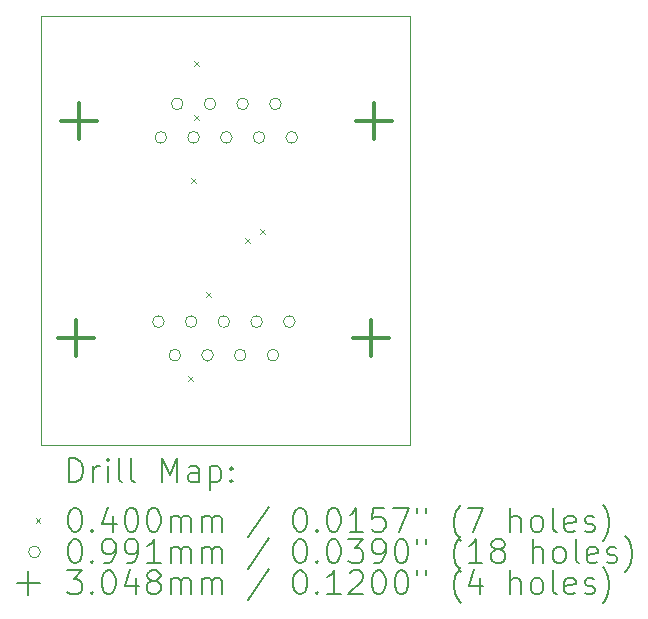
<source format=gbr>
%TF.GenerationSoftware,KiCad,Pcbnew,7.0.1-0*%
%TF.CreationDate,2023-04-20T22:45:17-04:00*%
%TF.ProjectId,Mousy,4d6f7573-792e-46b6-9963-61645f706362,rev?*%
%TF.SameCoordinates,Original*%
%TF.FileFunction,Drillmap*%
%TF.FilePolarity,Positive*%
%FSLAX45Y45*%
G04 Gerber Fmt 4.5, Leading zero omitted, Abs format (unit mm)*
G04 Created by KiCad (PCBNEW 7.0.1-0) date 2023-04-20 22:45:17*
%MOMM*%
%LPD*%
G01*
G04 APERTURE LIST*
%ADD10C,0.100000*%
%ADD11C,0.200000*%
%ADD12C,0.040000*%
%ADD13C,0.099060*%
%ADD14C,0.304800*%
G04 APERTURE END LIST*
D10*
X17754600Y-5461000D02*
X20878800Y-5461000D01*
X20878800Y-9093200D01*
X17754600Y-9093200D01*
X17754600Y-5461000D01*
D11*
D12*
X19004600Y-8514400D02*
X19044600Y-8554400D01*
X19044600Y-8514400D02*
X19004600Y-8554400D01*
X19030000Y-6838000D02*
X19070000Y-6878000D01*
X19070000Y-6838000D02*
X19030000Y-6878000D01*
X19055400Y-5847400D02*
X19095400Y-5887400D01*
X19095400Y-5847400D02*
X19055400Y-5887400D01*
X19055400Y-6304600D02*
X19095400Y-6344600D01*
X19095400Y-6304600D02*
X19055400Y-6344600D01*
X19157000Y-7803200D02*
X19197000Y-7843200D01*
X19197000Y-7803200D02*
X19157000Y-7843200D01*
X19487200Y-7346000D02*
X19527200Y-7386000D01*
X19527200Y-7346000D02*
X19487200Y-7386000D01*
X19614200Y-7269800D02*
X19654200Y-7309800D01*
X19654200Y-7269800D02*
X19614200Y-7309800D01*
D13*
X18799530Y-8052000D02*
G75*
G03*
X18799530Y-8052000I-49530J0D01*
G01*
X18820030Y-6492000D02*
G75*
G03*
X18820030Y-6492000I-49530J0D01*
G01*
X18938030Y-8336000D02*
G75*
G03*
X18938030Y-8336000I-49530J0D01*
G01*
X18958530Y-6208000D02*
G75*
G03*
X18958530Y-6208000I-49530J0D01*
G01*
X19076530Y-8052000D02*
G75*
G03*
X19076530Y-8052000I-49530J0D01*
G01*
X19097030Y-6492000D02*
G75*
G03*
X19097030Y-6492000I-49530J0D01*
G01*
X19215030Y-8336000D02*
G75*
G03*
X19215030Y-8336000I-49530J0D01*
G01*
X19235530Y-6208000D02*
G75*
G03*
X19235530Y-6208000I-49530J0D01*
G01*
X19353530Y-8052000D02*
G75*
G03*
X19353530Y-8052000I-49530J0D01*
G01*
X19374030Y-6492000D02*
G75*
G03*
X19374030Y-6492000I-49530J0D01*
G01*
X19492030Y-8336000D02*
G75*
G03*
X19492030Y-8336000I-49530J0D01*
G01*
X19512530Y-6208000D02*
G75*
G03*
X19512530Y-6208000I-49530J0D01*
G01*
X19630530Y-8052000D02*
G75*
G03*
X19630530Y-8052000I-49530J0D01*
G01*
X19651030Y-6492000D02*
G75*
G03*
X19651030Y-6492000I-49530J0D01*
G01*
X19769030Y-8336000D02*
G75*
G03*
X19769030Y-8336000I-49530J0D01*
G01*
X19789530Y-6208000D02*
G75*
G03*
X19789530Y-6208000I-49530J0D01*
G01*
X19907530Y-8052000D02*
G75*
G03*
X19907530Y-8052000I-49530J0D01*
G01*
X19928030Y-6492000D02*
G75*
G03*
X19928030Y-6492000I-49530J0D01*
G01*
D14*
X18054500Y-8041600D02*
X18054500Y-8346400D01*
X17902100Y-8194000D02*
X18206900Y-8194000D01*
X18075000Y-6197600D02*
X18075000Y-6502400D01*
X17922600Y-6350000D02*
X18227400Y-6350000D01*
X20553500Y-8041600D02*
X20553500Y-8346400D01*
X20401100Y-8194000D02*
X20705900Y-8194000D01*
X20574000Y-6197600D02*
X20574000Y-6502400D01*
X20421600Y-6350000D02*
X20726400Y-6350000D01*
D11*
X17997219Y-9410724D02*
X17997219Y-9210724D01*
X17997219Y-9210724D02*
X18044838Y-9210724D01*
X18044838Y-9210724D02*
X18073410Y-9220248D01*
X18073410Y-9220248D02*
X18092457Y-9239295D01*
X18092457Y-9239295D02*
X18101981Y-9258343D01*
X18101981Y-9258343D02*
X18111505Y-9296438D01*
X18111505Y-9296438D02*
X18111505Y-9325010D01*
X18111505Y-9325010D02*
X18101981Y-9363105D01*
X18101981Y-9363105D02*
X18092457Y-9382152D01*
X18092457Y-9382152D02*
X18073410Y-9401200D01*
X18073410Y-9401200D02*
X18044838Y-9410724D01*
X18044838Y-9410724D02*
X17997219Y-9410724D01*
X18197219Y-9410724D02*
X18197219Y-9277390D01*
X18197219Y-9315486D02*
X18206743Y-9296438D01*
X18206743Y-9296438D02*
X18216267Y-9286914D01*
X18216267Y-9286914D02*
X18235314Y-9277390D01*
X18235314Y-9277390D02*
X18254362Y-9277390D01*
X18321029Y-9410724D02*
X18321029Y-9277390D01*
X18321029Y-9210724D02*
X18311505Y-9220248D01*
X18311505Y-9220248D02*
X18321029Y-9229771D01*
X18321029Y-9229771D02*
X18330552Y-9220248D01*
X18330552Y-9220248D02*
X18321029Y-9210724D01*
X18321029Y-9210724D02*
X18321029Y-9229771D01*
X18444838Y-9410724D02*
X18425790Y-9401200D01*
X18425790Y-9401200D02*
X18416267Y-9382152D01*
X18416267Y-9382152D02*
X18416267Y-9210724D01*
X18549600Y-9410724D02*
X18530552Y-9401200D01*
X18530552Y-9401200D02*
X18521029Y-9382152D01*
X18521029Y-9382152D02*
X18521029Y-9210724D01*
X18778171Y-9410724D02*
X18778171Y-9210724D01*
X18778171Y-9210724D02*
X18844838Y-9353581D01*
X18844838Y-9353581D02*
X18911505Y-9210724D01*
X18911505Y-9210724D02*
X18911505Y-9410724D01*
X19092457Y-9410724D02*
X19092457Y-9305962D01*
X19092457Y-9305962D02*
X19082933Y-9286914D01*
X19082933Y-9286914D02*
X19063886Y-9277390D01*
X19063886Y-9277390D02*
X19025790Y-9277390D01*
X19025790Y-9277390D02*
X19006743Y-9286914D01*
X19092457Y-9401200D02*
X19073410Y-9410724D01*
X19073410Y-9410724D02*
X19025790Y-9410724D01*
X19025790Y-9410724D02*
X19006743Y-9401200D01*
X19006743Y-9401200D02*
X18997219Y-9382152D01*
X18997219Y-9382152D02*
X18997219Y-9363105D01*
X18997219Y-9363105D02*
X19006743Y-9344057D01*
X19006743Y-9344057D02*
X19025790Y-9334533D01*
X19025790Y-9334533D02*
X19073410Y-9334533D01*
X19073410Y-9334533D02*
X19092457Y-9325010D01*
X19187695Y-9277390D02*
X19187695Y-9477390D01*
X19187695Y-9286914D02*
X19206743Y-9277390D01*
X19206743Y-9277390D02*
X19244838Y-9277390D01*
X19244838Y-9277390D02*
X19263886Y-9286914D01*
X19263886Y-9286914D02*
X19273410Y-9296438D01*
X19273410Y-9296438D02*
X19282933Y-9315486D01*
X19282933Y-9315486D02*
X19282933Y-9372629D01*
X19282933Y-9372629D02*
X19273410Y-9391676D01*
X19273410Y-9391676D02*
X19263886Y-9401200D01*
X19263886Y-9401200D02*
X19244838Y-9410724D01*
X19244838Y-9410724D02*
X19206743Y-9410724D01*
X19206743Y-9410724D02*
X19187695Y-9401200D01*
X19368648Y-9391676D02*
X19378171Y-9401200D01*
X19378171Y-9401200D02*
X19368648Y-9410724D01*
X19368648Y-9410724D02*
X19359124Y-9401200D01*
X19359124Y-9401200D02*
X19368648Y-9391676D01*
X19368648Y-9391676D02*
X19368648Y-9410724D01*
X19368648Y-9286914D02*
X19378171Y-9296438D01*
X19378171Y-9296438D02*
X19368648Y-9305962D01*
X19368648Y-9305962D02*
X19359124Y-9296438D01*
X19359124Y-9296438D02*
X19368648Y-9286914D01*
X19368648Y-9286914D02*
X19368648Y-9305962D01*
D12*
X17709600Y-9718200D02*
X17749600Y-9758200D01*
X17749600Y-9718200D02*
X17709600Y-9758200D01*
D11*
X18035314Y-9630724D02*
X18054362Y-9630724D01*
X18054362Y-9630724D02*
X18073410Y-9640248D01*
X18073410Y-9640248D02*
X18082933Y-9649771D01*
X18082933Y-9649771D02*
X18092457Y-9668819D01*
X18092457Y-9668819D02*
X18101981Y-9706914D01*
X18101981Y-9706914D02*
X18101981Y-9754533D01*
X18101981Y-9754533D02*
X18092457Y-9792629D01*
X18092457Y-9792629D02*
X18082933Y-9811676D01*
X18082933Y-9811676D02*
X18073410Y-9821200D01*
X18073410Y-9821200D02*
X18054362Y-9830724D01*
X18054362Y-9830724D02*
X18035314Y-9830724D01*
X18035314Y-9830724D02*
X18016267Y-9821200D01*
X18016267Y-9821200D02*
X18006743Y-9811676D01*
X18006743Y-9811676D02*
X17997219Y-9792629D01*
X17997219Y-9792629D02*
X17987695Y-9754533D01*
X17987695Y-9754533D02*
X17987695Y-9706914D01*
X17987695Y-9706914D02*
X17997219Y-9668819D01*
X17997219Y-9668819D02*
X18006743Y-9649771D01*
X18006743Y-9649771D02*
X18016267Y-9640248D01*
X18016267Y-9640248D02*
X18035314Y-9630724D01*
X18187695Y-9811676D02*
X18197219Y-9821200D01*
X18197219Y-9821200D02*
X18187695Y-9830724D01*
X18187695Y-9830724D02*
X18178171Y-9821200D01*
X18178171Y-9821200D02*
X18187695Y-9811676D01*
X18187695Y-9811676D02*
X18187695Y-9830724D01*
X18368648Y-9697390D02*
X18368648Y-9830724D01*
X18321029Y-9621200D02*
X18273410Y-9764057D01*
X18273410Y-9764057D02*
X18397219Y-9764057D01*
X18511505Y-9630724D02*
X18530552Y-9630724D01*
X18530552Y-9630724D02*
X18549600Y-9640248D01*
X18549600Y-9640248D02*
X18559124Y-9649771D01*
X18559124Y-9649771D02*
X18568648Y-9668819D01*
X18568648Y-9668819D02*
X18578171Y-9706914D01*
X18578171Y-9706914D02*
X18578171Y-9754533D01*
X18578171Y-9754533D02*
X18568648Y-9792629D01*
X18568648Y-9792629D02*
X18559124Y-9811676D01*
X18559124Y-9811676D02*
X18549600Y-9821200D01*
X18549600Y-9821200D02*
X18530552Y-9830724D01*
X18530552Y-9830724D02*
X18511505Y-9830724D01*
X18511505Y-9830724D02*
X18492457Y-9821200D01*
X18492457Y-9821200D02*
X18482933Y-9811676D01*
X18482933Y-9811676D02*
X18473410Y-9792629D01*
X18473410Y-9792629D02*
X18463886Y-9754533D01*
X18463886Y-9754533D02*
X18463886Y-9706914D01*
X18463886Y-9706914D02*
X18473410Y-9668819D01*
X18473410Y-9668819D02*
X18482933Y-9649771D01*
X18482933Y-9649771D02*
X18492457Y-9640248D01*
X18492457Y-9640248D02*
X18511505Y-9630724D01*
X18701981Y-9630724D02*
X18721029Y-9630724D01*
X18721029Y-9630724D02*
X18740076Y-9640248D01*
X18740076Y-9640248D02*
X18749600Y-9649771D01*
X18749600Y-9649771D02*
X18759124Y-9668819D01*
X18759124Y-9668819D02*
X18768648Y-9706914D01*
X18768648Y-9706914D02*
X18768648Y-9754533D01*
X18768648Y-9754533D02*
X18759124Y-9792629D01*
X18759124Y-9792629D02*
X18749600Y-9811676D01*
X18749600Y-9811676D02*
X18740076Y-9821200D01*
X18740076Y-9821200D02*
X18721029Y-9830724D01*
X18721029Y-9830724D02*
X18701981Y-9830724D01*
X18701981Y-9830724D02*
X18682933Y-9821200D01*
X18682933Y-9821200D02*
X18673410Y-9811676D01*
X18673410Y-9811676D02*
X18663886Y-9792629D01*
X18663886Y-9792629D02*
X18654362Y-9754533D01*
X18654362Y-9754533D02*
X18654362Y-9706914D01*
X18654362Y-9706914D02*
X18663886Y-9668819D01*
X18663886Y-9668819D02*
X18673410Y-9649771D01*
X18673410Y-9649771D02*
X18682933Y-9640248D01*
X18682933Y-9640248D02*
X18701981Y-9630724D01*
X18854362Y-9830724D02*
X18854362Y-9697390D01*
X18854362Y-9716438D02*
X18863886Y-9706914D01*
X18863886Y-9706914D02*
X18882933Y-9697390D01*
X18882933Y-9697390D02*
X18911505Y-9697390D01*
X18911505Y-9697390D02*
X18930552Y-9706914D01*
X18930552Y-9706914D02*
X18940076Y-9725962D01*
X18940076Y-9725962D02*
X18940076Y-9830724D01*
X18940076Y-9725962D02*
X18949600Y-9706914D01*
X18949600Y-9706914D02*
X18968648Y-9697390D01*
X18968648Y-9697390D02*
X18997219Y-9697390D01*
X18997219Y-9697390D02*
X19016267Y-9706914D01*
X19016267Y-9706914D02*
X19025791Y-9725962D01*
X19025791Y-9725962D02*
X19025791Y-9830724D01*
X19121029Y-9830724D02*
X19121029Y-9697390D01*
X19121029Y-9716438D02*
X19130552Y-9706914D01*
X19130552Y-9706914D02*
X19149600Y-9697390D01*
X19149600Y-9697390D02*
X19178172Y-9697390D01*
X19178172Y-9697390D02*
X19197219Y-9706914D01*
X19197219Y-9706914D02*
X19206743Y-9725962D01*
X19206743Y-9725962D02*
X19206743Y-9830724D01*
X19206743Y-9725962D02*
X19216267Y-9706914D01*
X19216267Y-9706914D02*
X19235314Y-9697390D01*
X19235314Y-9697390D02*
X19263886Y-9697390D01*
X19263886Y-9697390D02*
X19282933Y-9706914D01*
X19282933Y-9706914D02*
X19292457Y-9725962D01*
X19292457Y-9725962D02*
X19292457Y-9830724D01*
X19682933Y-9621200D02*
X19511505Y-9878343D01*
X19940076Y-9630724D02*
X19959124Y-9630724D01*
X19959124Y-9630724D02*
X19978172Y-9640248D01*
X19978172Y-9640248D02*
X19987695Y-9649771D01*
X19987695Y-9649771D02*
X19997219Y-9668819D01*
X19997219Y-9668819D02*
X20006743Y-9706914D01*
X20006743Y-9706914D02*
X20006743Y-9754533D01*
X20006743Y-9754533D02*
X19997219Y-9792629D01*
X19997219Y-9792629D02*
X19987695Y-9811676D01*
X19987695Y-9811676D02*
X19978172Y-9821200D01*
X19978172Y-9821200D02*
X19959124Y-9830724D01*
X19959124Y-9830724D02*
X19940076Y-9830724D01*
X19940076Y-9830724D02*
X19921029Y-9821200D01*
X19921029Y-9821200D02*
X19911505Y-9811676D01*
X19911505Y-9811676D02*
X19901981Y-9792629D01*
X19901981Y-9792629D02*
X19892457Y-9754533D01*
X19892457Y-9754533D02*
X19892457Y-9706914D01*
X19892457Y-9706914D02*
X19901981Y-9668819D01*
X19901981Y-9668819D02*
X19911505Y-9649771D01*
X19911505Y-9649771D02*
X19921029Y-9640248D01*
X19921029Y-9640248D02*
X19940076Y-9630724D01*
X20092457Y-9811676D02*
X20101981Y-9821200D01*
X20101981Y-9821200D02*
X20092457Y-9830724D01*
X20092457Y-9830724D02*
X20082934Y-9821200D01*
X20082934Y-9821200D02*
X20092457Y-9811676D01*
X20092457Y-9811676D02*
X20092457Y-9830724D01*
X20225791Y-9630724D02*
X20244838Y-9630724D01*
X20244838Y-9630724D02*
X20263886Y-9640248D01*
X20263886Y-9640248D02*
X20273410Y-9649771D01*
X20273410Y-9649771D02*
X20282934Y-9668819D01*
X20282934Y-9668819D02*
X20292457Y-9706914D01*
X20292457Y-9706914D02*
X20292457Y-9754533D01*
X20292457Y-9754533D02*
X20282934Y-9792629D01*
X20282934Y-9792629D02*
X20273410Y-9811676D01*
X20273410Y-9811676D02*
X20263886Y-9821200D01*
X20263886Y-9821200D02*
X20244838Y-9830724D01*
X20244838Y-9830724D02*
X20225791Y-9830724D01*
X20225791Y-9830724D02*
X20206743Y-9821200D01*
X20206743Y-9821200D02*
X20197219Y-9811676D01*
X20197219Y-9811676D02*
X20187695Y-9792629D01*
X20187695Y-9792629D02*
X20178172Y-9754533D01*
X20178172Y-9754533D02*
X20178172Y-9706914D01*
X20178172Y-9706914D02*
X20187695Y-9668819D01*
X20187695Y-9668819D02*
X20197219Y-9649771D01*
X20197219Y-9649771D02*
X20206743Y-9640248D01*
X20206743Y-9640248D02*
X20225791Y-9630724D01*
X20482934Y-9830724D02*
X20368648Y-9830724D01*
X20425791Y-9830724D02*
X20425791Y-9630724D01*
X20425791Y-9630724D02*
X20406743Y-9659295D01*
X20406743Y-9659295D02*
X20387695Y-9678343D01*
X20387695Y-9678343D02*
X20368648Y-9687867D01*
X20663886Y-9630724D02*
X20568648Y-9630724D01*
X20568648Y-9630724D02*
X20559124Y-9725962D01*
X20559124Y-9725962D02*
X20568648Y-9716438D01*
X20568648Y-9716438D02*
X20587695Y-9706914D01*
X20587695Y-9706914D02*
X20635315Y-9706914D01*
X20635315Y-9706914D02*
X20654362Y-9716438D01*
X20654362Y-9716438D02*
X20663886Y-9725962D01*
X20663886Y-9725962D02*
X20673410Y-9745010D01*
X20673410Y-9745010D02*
X20673410Y-9792629D01*
X20673410Y-9792629D02*
X20663886Y-9811676D01*
X20663886Y-9811676D02*
X20654362Y-9821200D01*
X20654362Y-9821200D02*
X20635315Y-9830724D01*
X20635315Y-9830724D02*
X20587695Y-9830724D01*
X20587695Y-9830724D02*
X20568648Y-9821200D01*
X20568648Y-9821200D02*
X20559124Y-9811676D01*
X20740076Y-9630724D02*
X20873410Y-9630724D01*
X20873410Y-9630724D02*
X20787695Y-9830724D01*
X20940076Y-9630724D02*
X20940076Y-9668819D01*
X21016267Y-9630724D02*
X21016267Y-9668819D01*
X21311505Y-9906914D02*
X21301981Y-9897390D01*
X21301981Y-9897390D02*
X21282934Y-9868819D01*
X21282934Y-9868819D02*
X21273410Y-9849771D01*
X21273410Y-9849771D02*
X21263886Y-9821200D01*
X21263886Y-9821200D02*
X21254362Y-9773581D01*
X21254362Y-9773581D02*
X21254362Y-9735486D01*
X21254362Y-9735486D02*
X21263886Y-9687867D01*
X21263886Y-9687867D02*
X21273410Y-9659295D01*
X21273410Y-9659295D02*
X21282934Y-9640248D01*
X21282934Y-9640248D02*
X21301981Y-9611676D01*
X21301981Y-9611676D02*
X21311505Y-9602152D01*
X21368648Y-9630724D02*
X21501981Y-9630724D01*
X21501981Y-9630724D02*
X21416267Y-9830724D01*
X21730553Y-9830724D02*
X21730553Y-9630724D01*
X21816267Y-9830724D02*
X21816267Y-9725962D01*
X21816267Y-9725962D02*
X21806743Y-9706914D01*
X21806743Y-9706914D02*
X21787696Y-9697390D01*
X21787696Y-9697390D02*
X21759124Y-9697390D01*
X21759124Y-9697390D02*
X21740077Y-9706914D01*
X21740077Y-9706914D02*
X21730553Y-9716438D01*
X21940077Y-9830724D02*
X21921029Y-9821200D01*
X21921029Y-9821200D02*
X21911505Y-9811676D01*
X21911505Y-9811676D02*
X21901981Y-9792629D01*
X21901981Y-9792629D02*
X21901981Y-9735486D01*
X21901981Y-9735486D02*
X21911505Y-9716438D01*
X21911505Y-9716438D02*
X21921029Y-9706914D01*
X21921029Y-9706914D02*
X21940077Y-9697390D01*
X21940077Y-9697390D02*
X21968648Y-9697390D01*
X21968648Y-9697390D02*
X21987696Y-9706914D01*
X21987696Y-9706914D02*
X21997219Y-9716438D01*
X21997219Y-9716438D02*
X22006743Y-9735486D01*
X22006743Y-9735486D02*
X22006743Y-9792629D01*
X22006743Y-9792629D02*
X21997219Y-9811676D01*
X21997219Y-9811676D02*
X21987696Y-9821200D01*
X21987696Y-9821200D02*
X21968648Y-9830724D01*
X21968648Y-9830724D02*
X21940077Y-9830724D01*
X22121029Y-9830724D02*
X22101981Y-9821200D01*
X22101981Y-9821200D02*
X22092458Y-9802152D01*
X22092458Y-9802152D02*
X22092458Y-9630724D01*
X22273410Y-9821200D02*
X22254362Y-9830724D01*
X22254362Y-9830724D02*
X22216267Y-9830724D01*
X22216267Y-9830724D02*
X22197219Y-9821200D01*
X22197219Y-9821200D02*
X22187696Y-9802152D01*
X22187696Y-9802152D02*
X22187696Y-9725962D01*
X22187696Y-9725962D02*
X22197219Y-9706914D01*
X22197219Y-9706914D02*
X22216267Y-9697390D01*
X22216267Y-9697390D02*
X22254362Y-9697390D01*
X22254362Y-9697390D02*
X22273410Y-9706914D01*
X22273410Y-9706914D02*
X22282934Y-9725962D01*
X22282934Y-9725962D02*
X22282934Y-9745010D01*
X22282934Y-9745010D02*
X22187696Y-9764057D01*
X22359124Y-9821200D02*
X22378172Y-9830724D01*
X22378172Y-9830724D02*
X22416267Y-9830724D01*
X22416267Y-9830724D02*
X22435315Y-9821200D01*
X22435315Y-9821200D02*
X22444838Y-9802152D01*
X22444838Y-9802152D02*
X22444838Y-9792629D01*
X22444838Y-9792629D02*
X22435315Y-9773581D01*
X22435315Y-9773581D02*
X22416267Y-9764057D01*
X22416267Y-9764057D02*
X22387696Y-9764057D01*
X22387696Y-9764057D02*
X22368648Y-9754533D01*
X22368648Y-9754533D02*
X22359124Y-9735486D01*
X22359124Y-9735486D02*
X22359124Y-9725962D01*
X22359124Y-9725962D02*
X22368648Y-9706914D01*
X22368648Y-9706914D02*
X22387696Y-9697390D01*
X22387696Y-9697390D02*
X22416267Y-9697390D01*
X22416267Y-9697390D02*
X22435315Y-9706914D01*
X22511505Y-9906914D02*
X22521029Y-9897390D01*
X22521029Y-9897390D02*
X22540077Y-9868819D01*
X22540077Y-9868819D02*
X22549600Y-9849771D01*
X22549600Y-9849771D02*
X22559124Y-9821200D01*
X22559124Y-9821200D02*
X22568648Y-9773581D01*
X22568648Y-9773581D02*
X22568648Y-9735486D01*
X22568648Y-9735486D02*
X22559124Y-9687867D01*
X22559124Y-9687867D02*
X22549600Y-9659295D01*
X22549600Y-9659295D02*
X22540077Y-9640248D01*
X22540077Y-9640248D02*
X22521029Y-9611676D01*
X22521029Y-9611676D02*
X22511505Y-9602152D01*
D13*
X17749600Y-10002200D02*
G75*
G03*
X17749600Y-10002200I-49530J0D01*
G01*
D11*
X18035314Y-9894724D02*
X18054362Y-9894724D01*
X18054362Y-9894724D02*
X18073410Y-9904248D01*
X18073410Y-9904248D02*
X18082933Y-9913771D01*
X18082933Y-9913771D02*
X18092457Y-9932819D01*
X18092457Y-9932819D02*
X18101981Y-9970914D01*
X18101981Y-9970914D02*
X18101981Y-10018533D01*
X18101981Y-10018533D02*
X18092457Y-10056629D01*
X18092457Y-10056629D02*
X18082933Y-10075676D01*
X18082933Y-10075676D02*
X18073410Y-10085200D01*
X18073410Y-10085200D02*
X18054362Y-10094724D01*
X18054362Y-10094724D02*
X18035314Y-10094724D01*
X18035314Y-10094724D02*
X18016267Y-10085200D01*
X18016267Y-10085200D02*
X18006743Y-10075676D01*
X18006743Y-10075676D02*
X17997219Y-10056629D01*
X17997219Y-10056629D02*
X17987695Y-10018533D01*
X17987695Y-10018533D02*
X17987695Y-9970914D01*
X17987695Y-9970914D02*
X17997219Y-9932819D01*
X17997219Y-9932819D02*
X18006743Y-9913771D01*
X18006743Y-9913771D02*
X18016267Y-9904248D01*
X18016267Y-9904248D02*
X18035314Y-9894724D01*
X18187695Y-10075676D02*
X18197219Y-10085200D01*
X18197219Y-10085200D02*
X18187695Y-10094724D01*
X18187695Y-10094724D02*
X18178171Y-10085200D01*
X18178171Y-10085200D02*
X18187695Y-10075676D01*
X18187695Y-10075676D02*
X18187695Y-10094724D01*
X18292457Y-10094724D02*
X18330552Y-10094724D01*
X18330552Y-10094724D02*
X18349600Y-10085200D01*
X18349600Y-10085200D02*
X18359124Y-10075676D01*
X18359124Y-10075676D02*
X18378171Y-10047105D01*
X18378171Y-10047105D02*
X18387695Y-10009010D01*
X18387695Y-10009010D02*
X18387695Y-9932819D01*
X18387695Y-9932819D02*
X18378171Y-9913771D01*
X18378171Y-9913771D02*
X18368648Y-9904248D01*
X18368648Y-9904248D02*
X18349600Y-9894724D01*
X18349600Y-9894724D02*
X18311505Y-9894724D01*
X18311505Y-9894724D02*
X18292457Y-9904248D01*
X18292457Y-9904248D02*
X18282933Y-9913771D01*
X18282933Y-9913771D02*
X18273410Y-9932819D01*
X18273410Y-9932819D02*
X18273410Y-9980438D01*
X18273410Y-9980438D02*
X18282933Y-9999486D01*
X18282933Y-9999486D02*
X18292457Y-10009010D01*
X18292457Y-10009010D02*
X18311505Y-10018533D01*
X18311505Y-10018533D02*
X18349600Y-10018533D01*
X18349600Y-10018533D02*
X18368648Y-10009010D01*
X18368648Y-10009010D02*
X18378171Y-9999486D01*
X18378171Y-9999486D02*
X18387695Y-9980438D01*
X18482933Y-10094724D02*
X18521029Y-10094724D01*
X18521029Y-10094724D02*
X18540076Y-10085200D01*
X18540076Y-10085200D02*
X18549600Y-10075676D01*
X18549600Y-10075676D02*
X18568648Y-10047105D01*
X18568648Y-10047105D02*
X18578171Y-10009010D01*
X18578171Y-10009010D02*
X18578171Y-9932819D01*
X18578171Y-9932819D02*
X18568648Y-9913771D01*
X18568648Y-9913771D02*
X18559124Y-9904248D01*
X18559124Y-9904248D02*
X18540076Y-9894724D01*
X18540076Y-9894724D02*
X18501981Y-9894724D01*
X18501981Y-9894724D02*
X18482933Y-9904248D01*
X18482933Y-9904248D02*
X18473410Y-9913771D01*
X18473410Y-9913771D02*
X18463886Y-9932819D01*
X18463886Y-9932819D02*
X18463886Y-9980438D01*
X18463886Y-9980438D02*
X18473410Y-9999486D01*
X18473410Y-9999486D02*
X18482933Y-10009010D01*
X18482933Y-10009010D02*
X18501981Y-10018533D01*
X18501981Y-10018533D02*
X18540076Y-10018533D01*
X18540076Y-10018533D02*
X18559124Y-10009010D01*
X18559124Y-10009010D02*
X18568648Y-9999486D01*
X18568648Y-9999486D02*
X18578171Y-9980438D01*
X18768648Y-10094724D02*
X18654362Y-10094724D01*
X18711505Y-10094724D02*
X18711505Y-9894724D01*
X18711505Y-9894724D02*
X18692457Y-9923295D01*
X18692457Y-9923295D02*
X18673410Y-9942343D01*
X18673410Y-9942343D02*
X18654362Y-9951867D01*
X18854362Y-10094724D02*
X18854362Y-9961390D01*
X18854362Y-9980438D02*
X18863886Y-9970914D01*
X18863886Y-9970914D02*
X18882933Y-9961390D01*
X18882933Y-9961390D02*
X18911505Y-9961390D01*
X18911505Y-9961390D02*
X18930552Y-9970914D01*
X18930552Y-9970914D02*
X18940076Y-9989962D01*
X18940076Y-9989962D02*
X18940076Y-10094724D01*
X18940076Y-9989962D02*
X18949600Y-9970914D01*
X18949600Y-9970914D02*
X18968648Y-9961390D01*
X18968648Y-9961390D02*
X18997219Y-9961390D01*
X18997219Y-9961390D02*
X19016267Y-9970914D01*
X19016267Y-9970914D02*
X19025791Y-9989962D01*
X19025791Y-9989962D02*
X19025791Y-10094724D01*
X19121029Y-10094724D02*
X19121029Y-9961390D01*
X19121029Y-9980438D02*
X19130552Y-9970914D01*
X19130552Y-9970914D02*
X19149600Y-9961390D01*
X19149600Y-9961390D02*
X19178172Y-9961390D01*
X19178172Y-9961390D02*
X19197219Y-9970914D01*
X19197219Y-9970914D02*
X19206743Y-9989962D01*
X19206743Y-9989962D02*
X19206743Y-10094724D01*
X19206743Y-9989962D02*
X19216267Y-9970914D01*
X19216267Y-9970914D02*
X19235314Y-9961390D01*
X19235314Y-9961390D02*
X19263886Y-9961390D01*
X19263886Y-9961390D02*
X19282933Y-9970914D01*
X19282933Y-9970914D02*
X19292457Y-9989962D01*
X19292457Y-9989962D02*
X19292457Y-10094724D01*
X19682933Y-9885200D02*
X19511505Y-10142343D01*
X19940076Y-9894724D02*
X19959124Y-9894724D01*
X19959124Y-9894724D02*
X19978172Y-9904248D01*
X19978172Y-9904248D02*
X19987695Y-9913771D01*
X19987695Y-9913771D02*
X19997219Y-9932819D01*
X19997219Y-9932819D02*
X20006743Y-9970914D01*
X20006743Y-9970914D02*
X20006743Y-10018533D01*
X20006743Y-10018533D02*
X19997219Y-10056629D01*
X19997219Y-10056629D02*
X19987695Y-10075676D01*
X19987695Y-10075676D02*
X19978172Y-10085200D01*
X19978172Y-10085200D02*
X19959124Y-10094724D01*
X19959124Y-10094724D02*
X19940076Y-10094724D01*
X19940076Y-10094724D02*
X19921029Y-10085200D01*
X19921029Y-10085200D02*
X19911505Y-10075676D01*
X19911505Y-10075676D02*
X19901981Y-10056629D01*
X19901981Y-10056629D02*
X19892457Y-10018533D01*
X19892457Y-10018533D02*
X19892457Y-9970914D01*
X19892457Y-9970914D02*
X19901981Y-9932819D01*
X19901981Y-9932819D02*
X19911505Y-9913771D01*
X19911505Y-9913771D02*
X19921029Y-9904248D01*
X19921029Y-9904248D02*
X19940076Y-9894724D01*
X20092457Y-10075676D02*
X20101981Y-10085200D01*
X20101981Y-10085200D02*
X20092457Y-10094724D01*
X20092457Y-10094724D02*
X20082934Y-10085200D01*
X20082934Y-10085200D02*
X20092457Y-10075676D01*
X20092457Y-10075676D02*
X20092457Y-10094724D01*
X20225791Y-9894724D02*
X20244838Y-9894724D01*
X20244838Y-9894724D02*
X20263886Y-9904248D01*
X20263886Y-9904248D02*
X20273410Y-9913771D01*
X20273410Y-9913771D02*
X20282934Y-9932819D01*
X20282934Y-9932819D02*
X20292457Y-9970914D01*
X20292457Y-9970914D02*
X20292457Y-10018533D01*
X20292457Y-10018533D02*
X20282934Y-10056629D01*
X20282934Y-10056629D02*
X20273410Y-10075676D01*
X20273410Y-10075676D02*
X20263886Y-10085200D01*
X20263886Y-10085200D02*
X20244838Y-10094724D01*
X20244838Y-10094724D02*
X20225791Y-10094724D01*
X20225791Y-10094724D02*
X20206743Y-10085200D01*
X20206743Y-10085200D02*
X20197219Y-10075676D01*
X20197219Y-10075676D02*
X20187695Y-10056629D01*
X20187695Y-10056629D02*
X20178172Y-10018533D01*
X20178172Y-10018533D02*
X20178172Y-9970914D01*
X20178172Y-9970914D02*
X20187695Y-9932819D01*
X20187695Y-9932819D02*
X20197219Y-9913771D01*
X20197219Y-9913771D02*
X20206743Y-9904248D01*
X20206743Y-9904248D02*
X20225791Y-9894724D01*
X20359124Y-9894724D02*
X20482934Y-9894724D01*
X20482934Y-9894724D02*
X20416267Y-9970914D01*
X20416267Y-9970914D02*
X20444838Y-9970914D01*
X20444838Y-9970914D02*
X20463886Y-9980438D01*
X20463886Y-9980438D02*
X20473410Y-9989962D01*
X20473410Y-9989962D02*
X20482934Y-10009010D01*
X20482934Y-10009010D02*
X20482934Y-10056629D01*
X20482934Y-10056629D02*
X20473410Y-10075676D01*
X20473410Y-10075676D02*
X20463886Y-10085200D01*
X20463886Y-10085200D02*
X20444838Y-10094724D01*
X20444838Y-10094724D02*
X20387695Y-10094724D01*
X20387695Y-10094724D02*
X20368648Y-10085200D01*
X20368648Y-10085200D02*
X20359124Y-10075676D01*
X20578172Y-10094724D02*
X20616267Y-10094724D01*
X20616267Y-10094724D02*
X20635315Y-10085200D01*
X20635315Y-10085200D02*
X20644838Y-10075676D01*
X20644838Y-10075676D02*
X20663886Y-10047105D01*
X20663886Y-10047105D02*
X20673410Y-10009010D01*
X20673410Y-10009010D02*
X20673410Y-9932819D01*
X20673410Y-9932819D02*
X20663886Y-9913771D01*
X20663886Y-9913771D02*
X20654362Y-9904248D01*
X20654362Y-9904248D02*
X20635315Y-9894724D01*
X20635315Y-9894724D02*
X20597219Y-9894724D01*
X20597219Y-9894724D02*
X20578172Y-9904248D01*
X20578172Y-9904248D02*
X20568648Y-9913771D01*
X20568648Y-9913771D02*
X20559124Y-9932819D01*
X20559124Y-9932819D02*
X20559124Y-9980438D01*
X20559124Y-9980438D02*
X20568648Y-9999486D01*
X20568648Y-9999486D02*
X20578172Y-10009010D01*
X20578172Y-10009010D02*
X20597219Y-10018533D01*
X20597219Y-10018533D02*
X20635315Y-10018533D01*
X20635315Y-10018533D02*
X20654362Y-10009010D01*
X20654362Y-10009010D02*
X20663886Y-9999486D01*
X20663886Y-9999486D02*
X20673410Y-9980438D01*
X20797219Y-9894724D02*
X20816267Y-9894724D01*
X20816267Y-9894724D02*
X20835315Y-9904248D01*
X20835315Y-9904248D02*
X20844838Y-9913771D01*
X20844838Y-9913771D02*
X20854362Y-9932819D01*
X20854362Y-9932819D02*
X20863886Y-9970914D01*
X20863886Y-9970914D02*
X20863886Y-10018533D01*
X20863886Y-10018533D02*
X20854362Y-10056629D01*
X20854362Y-10056629D02*
X20844838Y-10075676D01*
X20844838Y-10075676D02*
X20835315Y-10085200D01*
X20835315Y-10085200D02*
X20816267Y-10094724D01*
X20816267Y-10094724D02*
X20797219Y-10094724D01*
X20797219Y-10094724D02*
X20778172Y-10085200D01*
X20778172Y-10085200D02*
X20768648Y-10075676D01*
X20768648Y-10075676D02*
X20759124Y-10056629D01*
X20759124Y-10056629D02*
X20749600Y-10018533D01*
X20749600Y-10018533D02*
X20749600Y-9970914D01*
X20749600Y-9970914D02*
X20759124Y-9932819D01*
X20759124Y-9932819D02*
X20768648Y-9913771D01*
X20768648Y-9913771D02*
X20778172Y-9904248D01*
X20778172Y-9904248D02*
X20797219Y-9894724D01*
X20940076Y-9894724D02*
X20940076Y-9932819D01*
X21016267Y-9894724D02*
X21016267Y-9932819D01*
X21311505Y-10170914D02*
X21301981Y-10161390D01*
X21301981Y-10161390D02*
X21282934Y-10132819D01*
X21282934Y-10132819D02*
X21273410Y-10113771D01*
X21273410Y-10113771D02*
X21263886Y-10085200D01*
X21263886Y-10085200D02*
X21254362Y-10037581D01*
X21254362Y-10037581D02*
X21254362Y-9999486D01*
X21254362Y-9999486D02*
X21263886Y-9951867D01*
X21263886Y-9951867D02*
X21273410Y-9923295D01*
X21273410Y-9923295D02*
X21282934Y-9904248D01*
X21282934Y-9904248D02*
X21301981Y-9875676D01*
X21301981Y-9875676D02*
X21311505Y-9866152D01*
X21492457Y-10094724D02*
X21378172Y-10094724D01*
X21435315Y-10094724D02*
X21435315Y-9894724D01*
X21435315Y-9894724D02*
X21416267Y-9923295D01*
X21416267Y-9923295D02*
X21397219Y-9942343D01*
X21397219Y-9942343D02*
X21378172Y-9951867D01*
X21606743Y-9980438D02*
X21587696Y-9970914D01*
X21587696Y-9970914D02*
X21578172Y-9961390D01*
X21578172Y-9961390D02*
X21568648Y-9942343D01*
X21568648Y-9942343D02*
X21568648Y-9932819D01*
X21568648Y-9932819D02*
X21578172Y-9913771D01*
X21578172Y-9913771D02*
X21587696Y-9904248D01*
X21587696Y-9904248D02*
X21606743Y-9894724D01*
X21606743Y-9894724D02*
X21644838Y-9894724D01*
X21644838Y-9894724D02*
X21663886Y-9904248D01*
X21663886Y-9904248D02*
X21673410Y-9913771D01*
X21673410Y-9913771D02*
X21682934Y-9932819D01*
X21682934Y-9932819D02*
X21682934Y-9942343D01*
X21682934Y-9942343D02*
X21673410Y-9961390D01*
X21673410Y-9961390D02*
X21663886Y-9970914D01*
X21663886Y-9970914D02*
X21644838Y-9980438D01*
X21644838Y-9980438D02*
X21606743Y-9980438D01*
X21606743Y-9980438D02*
X21587696Y-9989962D01*
X21587696Y-9989962D02*
X21578172Y-9999486D01*
X21578172Y-9999486D02*
X21568648Y-10018533D01*
X21568648Y-10018533D02*
X21568648Y-10056629D01*
X21568648Y-10056629D02*
X21578172Y-10075676D01*
X21578172Y-10075676D02*
X21587696Y-10085200D01*
X21587696Y-10085200D02*
X21606743Y-10094724D01*
X21606743Y-10094724D02*
X21644838Y-10094724D01*
X21644838Y-10094724D02*
X21663886Y-10085200D01*
X21663886Y-10085200D02*
X21673410Y-10075676D01*
X21673410Y-10075676D02*
X21682934Y-10056629D01*
X21682934Y-10056629D02*
X21682934Y-10018533D01*
X21682934Y-10018533D02*
X21673410Y-9999486D01*
X21673410Y-9999486D02*
X21663886Y-9989962D01*
X21663886Y-9989962D02*
X21644838Y-9980438D01*
X21921029Y-10094724D02*
X21921029Y-9894724D01*
X22006743Y-10094724D02*
X22006743Y-9989962D01*
X22006743Y-9989962D02*
X21997219Y-9970914D01*
X21997219Y-9970914D02*
X21978172Y-9961390D01*
X21978172Y-9961390D02*
X21949600Y-9961390D01*
X21949600Y-9961390D02*
X21930553Y-9970914D01*
X21930553Y-9970914D02*
X21921029Y-9980438D01*
X22130553Y-10094724D02*
X22111505Y-10085200D01*
X22111505Y-10085200D02*
X22101981Y-10075676D01*
X22101981Y-10075676D02*
X22092458Y-10056629D01*
X22092458Y-10056629D02*
X22092458Y-9999486D01*
X22092458Y-9999486D02*
X22101981Y-9980438D01*
X22101981Y-9980438D02*
X22111505Y-9970914D01*
X22111505Y-9970914D02*
X22130553Y-9961390D01*
X22130553Y-9961390D02*
X22159124Y-9961390D01*
X22159124Y-9961390D02*
X22178172Y-9970914D01*
X22178172Y-9970914D02*
X22187696Y-9980438D01*
X22187696Y-9980438D02*
X22197219Y-9999486D01*
X22197219Y-9999486D02*
X22197219Y-10056629D01*
X22197219Y-10056629D02*
X22187696Y-10075676D01*
X22187696Y-10075676D02*
X22178172Y-10085200D01*
X22178172Y-10085200D02*
X22159124Y-10094724D01*
X22159124Y-10094724D02*
X22130553Y-10094724D01*
X22311505Y-10094724D02*
X22292458Y-10085200D01*
X22292458Y-10085200D02*
X22282934Y-10066152D01*
X22282934Y-10066152D02*
X22282934Y-9894724D01*
X22463886Y-10085200D02*
X22444838Y-10094724D01*
X22444838Y-10094724D02*
X22406743Y-10094724D01*
X22406743Y-10094724D02*
X22387696Y-10085200D01*
X22387696Y-10085200D02*
X22378172Y-10066152D01*
X22378172Y-10066152D02*
X22378172Y-9989962D01*
X22378172Y-9989962D02*
X22387696Y-9970914D01*
X22387696Y-9970914D02*
X22406743Y-9961390D01*
X22406743Y-9961390D02*
X22444838Y-9961390D01*
X22444838Y-9961390D02*
X22463886Y-9970914D01*
X22463886Y-9970914D02*
X22473410Y-9989962D01*
X22473410Y-9989962D02*
X22473410Y-10009010D01*
X22473410Y-10009010D02*
X22378172Y-10028057D01*
X22549600Y-10085200D02*
X22568648Y-10094724D01*
X22568648Y-10094724D02*
X22606743Y-10094724D01*
X22606743Y-10094724D02*
X22625791Y-10085200D01*
X22625791Y-10085200D02*
X22635315Y-10066152D01*
X22635315Y-10066152D02*
X22635315Y-10056629D01*
X22635315Y-10056629D02*
X22625791Y-10037581D01*
X22625791Y-10037581D02*
X22606743Y-10028057D01*
X22606743Y-10028057D02*
X22578172Y-10028057D01*
X22578172Y-10028057D02*
X22559124Y-10018533D01*
X22559124Y-10018533D02*
X22549600Y-9999486D01*
X22549600Y-9999486D02*
X22549600Y-9989962D01*
X22549600Y-9989962D02*
X22559124Y-9970914D01*
X22559124Y-9970914D02*
X22578172Y-9961390D01*
X22578172Y-9961390D02*
X22606743Y-9961390D01*
X22606743Y-9961390D02*
X22625791Y-9970914D01*
X22701981Y-10170914D02*
X22711505Y-10161390D01*
X22711505Y-10161390D02*
X22730553Y-10132819D01*
X22730553Y-10132819D02*
X22740077Y-10113771D01*
X22740077Y-10113771D02*
X22749600Y-10085200D01*
X22749600Y-10085200D02*
X22759124Y-10037581D01*
X22759124Y-10037581D02*
X22759124Y-9999486D01*
X22759124Y-9999486D02*
X22749600Y-9951867D01*
X22749600Y-9951867D02*
X22740077Y-9923295D01*
X22740077Y-9923295D02*
X22730553Y-9904248D01*
X22730553Y-9904248D02*
X22711505Y-9875676D01*
X22711505Y-9875676D02*
X22701981Y-9866152D01*
X17649600Y-10166200D02*
X17649600Y-10366200D01*
X17549600Y-10266200D02*
X17749600Y-10266200D01*
X17978171Y-10158724D02*
X18101981Y-10158724D01*
X18101981Y-10158724D02*
X18035314Y-10234914D01*
X18035314Y-10234914D02*
X18063886Y-10234914D01*
X18063886Y-10234914D02*
X18082933Y-10244438D01*
X18082933Y-10244438D02*
X18092457Y-10253962D01*
X18092457Y-10253962D02*
X18101981Y-10273010D01*
X18101981Y-10273010D02*
X18101981Y-10320629D01*
X18101981Y-10320629D02*
X18092457Y-10339676D01*
X18092457Y-10339676D02*
X18082933Y-10349200D01*
X18082933Y-10349200D02*
X18063886Y-10358724D01*
X18063886Y-10358724D02*
X18006743Y-10358724D01*
X18006743Y-10358724D02*
X17987695Y-10349200D01*
X17987695Y-10349200D02*
X17978171Y-10339676D01*
X18187695Y-10339676D02*
X18197219Y-10349200D01*
X18197219Y-10349200D02*
X18187695Y-10358724D01*
X18187695Y-10358724D02*
X18178171Y-10349200D01*
X18178171Y-10349200D02*
X18187695Y-10339676D01*
X18187695Y-10339676D02*
X18187695Y-10358724D01*
X18321029Y-10158724D02*
X18340076Y-10158724D01*
X18340076Y-10158724D02*
X18359124Y-10168248D01*
X18359124Y-10168248D02*
X18368648Y-10177771D01*
X18368648Y-10177771D02*
X18378171Y-10196819D01*
X18378171Y-10196819D02*
X18387695Y-10234914D01*
X18387695Y-10234914D02*
X18387695Y-10282533D01*
X18387695Y-10282533D02*
X18378171Y-10320629D01*
X18378171Y-10320629D02*
X18368648Y-10339676D01*
X18368648Y-10339676D02*
X18359124Y-10349200D01*
X18359124Y-10349200D02*
X18340076Y-10358724D01*
X18340076Y-10358724D02*
X18321029Y-10358724D01*
X18321029Y-10358724D02*
X18301981Y-10349200D01*
X18301981Y-10349200D02*
X18292457Y-10339676D01*
X18292457Y-10339676D02*
X18282933Y-10320629D01*
X18282933Y-10320629D02*
X18273410Y-10282533D01*
X18273410Y-10282533D02*
X18273410Y-10234914D01*
X18273410Y-10234914D02*
X18282933Y-10196819D01*
X18282933Y-10196819D02*
X18292457Y-10177771D01*
X18292457Y-10177771D02*
X18301981Y-10168248D01*
X18301981Y-10168248D02*
X18321029Y-10158724D01*
X18559124Y-10225390D02*
X18559124Y-10358724D01*
X18511505Y-10149200D02*
X18463886Y-10292057D01*
X18463886Y-10292057D02*
X18587695Y-10292057D01*
X18692457Y-10244438D02*
X18673410Y-10234914D01*
X18673410Y-10234914D02*
X18663886Y-10225390D01*
X18663886Y-10225390D02*
X18654362Y-10206343D01*
X18654362Y-10206343D02*
X18654362Y-10196819D01*
X18654362Y-10196819D02*
X18663886Y-10177771D01*
X18663886Y-10177771D02*
X18673410Y-10168248D01*
X18673410Y-10168248D02*
X18692457Y-10158724D01*
X18692457Y-10158724D02*
X18730552Y-10158724D01*
X18730552Y-10158724D02*
X18749600Y-10168248D01*
X18749600Y-10168248D02*
X18759124Y-10177771D01*
X18759124Y-10177771D02*
X18768648Y-10196819D01*
X18768648Y-10196819D02*
X18768648Y-10206343D01*
X18768648Y-10206343D02*
X18759124Y-10225390D01*
X18759124Y-10225390D02*
X18749600Y-10234914D01*
X18749600Y-10234914D02*
X18730552Y-10244438D01*
X18730552Y-10244438D02*
X18692457Y-10244438D01*
X18692457Y-10244438D02*
X18673410Y-10253962D01*
X18673410Y-10253962D02*
X18663886Y-10263486D01*
X18663886Y-10263486D02*
X18654362Y-10282533D01*
X18654362Y-10282533D02*
X18654362Y-10320629D01*
X18654362Y-10320629D02*
X18663886Y-10339676D01*
X18663886Y-10339676D02*
X18673410Y-10349200D01*
X18673410Y-10349200D02*
X18692457Y-10358724D01*
X18692457Y-10358724D02*
X18730552Y-10358724D01*
X18730552Y-10358724D02*
X18749600Y-10349200D01*
X18749600Y-10349200D02*
X18759124Y-10339676D01*
X18759124Y-10339676D02*
X18768648Y-10320629D01*
X18768648Y-10320629D02*
X18768648Y-10282533D01*
X18768648Y-10282533D02*
X18759124Y-10263486D01*
X18759124Y-10263486D02*
X18749600Y-10253962D01*
X18749600Y-10253962D02*
X18730552Y-10244438D01*
X18854362Y-10358724D02*
X18854362Y-10225390D01*
X18854362Y-10244438D02*
X18863886Y-10234914D01*
X18863886Y-10234914D02*
X18882933Y-10225390D01*
X18882933Y-10225390D02*
X18911505Y-10225390D01*
X18911505Y-10225390D02*
X18930552Y-10234914D01*
X18930552Y-10234914D02*
X18940076Y-10253962D01*
X18940076Y-10253962D02*
X18940076Y-10358724D01*
X18940076Y-10253962D02*
X18949600Y-10234914D01*
X18949600Y-10234914D02*
X18968648Y-10225390D01*
X18968648Y-10225390D02*
X18997219Y-10225390D01*
X18997219Y-10225390D02*
X19016267Y-10234914D01*
X19016267Y-10234914D02*
X19025791Y-10253962D01*
X19025791Y-10253962D02*
X19025791Y-10358724D01*
X19121029Y-10358724D02*
X19121029Y-10225390D01*
X19121029Y-10244438D02*
X19130552Y-10234914D01*
X19130552Y-10234914D02*
X19149600Y-10225390D01*
X19149600Y-10225390D02*
X19178172Y-10225390D01*
X19178172Y-10225390D02*
X19197219Y-10234914D01*
X19197219Y-10234914D02*
X19206743Y-10253962D01*
X19206743Y-10253962D02*
X19206743Y-10358724D01*
X19206743Y-10253962D02*
X19216267Y-10234914D01*
X19216267Y-10234914D02*
X19235314Y-10225390D01*
X19235314Y-10225390D02*
X19263886Y-10225390D01*
X19263886Y-10225390D02*
X19282933Y-10234914D01*
X19282933Y-10234914D02*
X19292457Y-10253962D01*
X19292457Y-10253962D02*
X19292457Y-10358724D01*
X19682933Y-10149200D02*
X19511505Y-10406343D01*
X19940076Y-10158724D02*
X19959124Y-10158724D01*
X19959124Y-10158724D02*
X19978172Y-10168248D01*
X19978172Y-10168248D02*
X19987695Y-10177771D01*
X19987695Y-10177771D02*
X19997219Y-10196819D01*
X19997219Y-10196819D02*
X20006743Y-10234914D01*
X20006743Y-10234914D02*
X20006743Y-10282533D01*
X20006743Y-10282533D02*
X19997219Y-10320629D01*
X19997219Y-10320629D02*
X19987695Y-10339676D01*
X19987695Y-10339676D02*
X19978172Y-10349200D01*
X19978172Y-10349200D02*
X19959124Y-10358724D01*
X19959124Y-10358724D02*
X19940076Y-10358724D01*
X19940076Y-10358724D02*
X19921029Y-10349200D01*
X19921029Y-10349200D02*
X19911505Y-10339676D01*
X19911505Y-10339676D02*
X19901981Y-10320629D01*
X19901981Y-10320629D02*
X19892457Y-10282533D01*
X19892457Y-10282533D02*
X19892457Y-10234914D01*
X19892457Y-10234914D02*
X19901981Y-10196819D01*
X19901981Y-10196819D02*
X19911505Y-10177771D01*
X19911505Y-10177771D02*
X19921029Y-10168248D01*
X19921029Y-10168248D02*
X19940076Y-10158724D01*
X20092457Y-10339676D02*
X20101981Y-10349200D01*
X20101981Y-10349200D02*
X20092457Y-10358724D01*
X20092457Y-10358724D02*
X20082934Y-10349200D01*
X20082934Y-10349200D02*
X20092457Y-10339676D01*
X20092457Y-10339676D02*
X20092457Y-10358724D01*
X20292457Y-10358724D02*
X20178172Y-10358724D01*
X20235314Y-10358724D02*
X20235314Y-10158724D01*
X20235314Y-10158724D02*
X20216267Y-10187295D01*
X20216267Y-10187295D02*
X20197219Y-10206343D01*
X20197219Y-10206343D02*
X20178172Y-10215867D01*
X20368648Y-10177771D02*
X20378172Y-10168248D01*
X20378172Y-10168248D02*
X20397219Y-10158724D01*
X20397219Y-10158724D02*
X20444838Y-10158724D01*
X20444838Y-10158724D02*
X20463886Y-10168248D01*
X20463886Y-10168248D02*
X20473410Y-10177771D01*
X20473410Y-10177771D02*
X20482934Y-10196819D01*
X20482934Y-10196819D02*
X20482934Y-10215867D01*
X20482934Y-10215867D02*
X20473410Y-10244438D01*
X20473410Y-10244438D02*
X20359124Y-10358724D01*
X20359124Y-10358724D02*
X20482934Y-10358724D01*
X20606743Y-10158724D02*
X20625791Y-10158724D01*
X20625791Y-10158724D02*
X20644838Y-10168248D01*
X20644838Y-10168248D02*
X20654362Y-10177771D01*
X20654362Y-10177771D02*
X20663886Y-10196819D01*
X20663886Y-10196819D02*
X20673410Y-10234914D01*
X20673410Y-10234914D02*
X20673410Y-10282533D01*
X20673410Y-10282533D02*
X20663886Y-10320629D01*
X20663886Y-10320629D02*
X20654362Y-10339676D01*
X20654362Y-10339676D02*
X20644838Y-10349200D01*
X20644838Y-10349200D02*
X20625791Y-10358724D01*
X20625791Y-10358724D02*
X20606743Y-10358724D01*
X20606743Y-10358724D02*
X20587695Y-10349200D01*
X20587695Y-10349200D02*
X20578172Y-10339676D01*
X20578172Y-10339676D02*
X20568648Y-10320629D01*
X20568648Y-10320629D02*
X20559124Y-10282533D01*
X20559124Y-10282533D02*
X20559124Y-10234914D01*
X20559124Y-10234914D02*
X20568648Y-10196819D01*
X20568648Y-10196819D02*
X20578172Y-10177771D01*
X20578172Y-10177771D02*
X20587695Y-10168248D01*
X20587695Y-10168248D02*
X20606743Y-10158724D01*
X20797219Y-10158724D02*
X20816267Y-10158724D01*
X20816267Y-10158724D02*
X20835315Y-10168248D01*
X20835315Y-10168248D02*
X20844838Y-10177771D01*
X20844838Y-10177771D02*
X20854362Y-10196819D01*
X20854362Y-10196819D02*
X20863886Y-10234914D01*
X20863886Y-10234914D02*
X20863886Y-10282533D01*
X20863886Y-10282533D02*
X20854362Y-10320629D01*
X20854362Y-10320629D02*
X20844838Y-10339676D01*
X20844838Y-10339676D02*
X20835315Y-10349200D01*
X20835315Y-10349200D02*
X20816267Y-10358724D01*
X20816267Y-10358724D02*
X20797219Y-10358724D01*
X20797219Y-10358724D02*
X20778172Y-10349200D01*
X20778172Y-10349200D02*
X20768648Y-10339676D01*
X20768648Y-10339676D02*
X20759124Y-10320629D01*
X20759124Y-10320629D02*
X20749600Y-10282533D01*
X20749600Y-10282533D02*
X20749600Y-10234914D01*
X20749600Y-10234914D02*
X20759124Y-10196819D01*
X20759124Y-10196819D02*
X20768648Y-10177771D01*
X20768648Y-10177771D02*
X20778172Y-10168248D01*
X20778172Y-10168248D02*
X20797219Y-10158724D01*
X20940076Y-10158724D02*
X20940076Y-10196819D01*
X21016267Y-10158724D02*
X21016267Y-10196819D01*
X21311505Y-10434914D02*
X21301981Y-10425390D01*
X21301981Y-10425390D02*
X21282934Y-10396819D01*
X21282934Y-10396819D02*
X21273410Y-10377771D01*
X21273410Y-10377771D02*
X21263886Y-10349200D01*
X21263886Y-10349200D02*
X21254362Y-10301581D01*
X21254362Y-10301581D02*
X21254362Y-10263486D01*
X21254362Y-10263486D02*
X21263886Y-10215867D01*
X21263886Y-10215867D02*
X21273410Y-10187295D01*
X21273410Y-10187295D02*
X21282934Y-10168248D01*
X21282934Y-10168248D02*
X21301981Y-10139676D01*
X21301981Y-10139676D02*
X21311505Y-10130152D01*
X21473410Y-10225390D02*
X21473410Y-10358724D01*
X21425791Y-10149200D02*
X21378172Y-10292057D01*
X21378172Y-10292057D02*
X21501981Y-10292057D01*
X21730553Y-10358724D02*
X21730553Y-10158724D01*
X21816267Y-10358724D02*
X21816267Y-10253962D01*
X21816267Y-10253962D02*
X21806743Y-10234914D01*
X21806743Y-10234914D02*
X21787696Y-10225390D01*
X21787696Y-10225390D02*
X21759124Y-10225390D01*
X21759124Y-10225390D02*
X21740077Y-10234914D01*
X21740077Y-10234914D02*
X21730553Y-10244438D01*
X21940077Y-10358724D02*
X21921029Y-10349200D01*
X21921029Y-10349200D02*
X21911505Y-10339676D01*
X21911505Y-10339676D02*
X21901981Y-10320629D01*
X21901981Y-10320629D02*
X21901981Y-10263486D01*
X21901981Y-10263486D02*
X21911505Y-10244438D01*
X21911505Y-10244438D02*
X21921029Y-10234914D01*
X21921029Y-10234914D02*
X21940077Y-10225390D01*
X21940077Y-10225390D02*
X21968648Y-10225390D01*
X21968648Y-10225390D02*
X21987696Y-10234914D01*
X21987696Y-10234914D02*
X21997219Y-10244438D01*
X21997219Y-10244438D02*
X22006743Y-10263486D01*
X22006743Y-10263486D02*
X22006743Y-10320629D01*
X22006743Y-10320629D02*
X21997219Y-10339676D01*
X21997219Y-10339676D02*
X21987696Y-10349200D01*
X21987696Y-10349200D02*
X21968648Y-10358724D01*
X21968648Y-10358724D02*
X21940077Y-10358724D01*
X22121029Y-10358724D02*
X22101981Y-10349200D01*
X22101981Y-10349200D02*
X22092458Y-10330152D01*
X22092458Y-10330152D02*
X22092458Y-10158724D01*
X22273410Y-10349200D02*
X22254362Y-10358724D01*
X22254362Y-10358724D02*
X22216267Y-10358724D01*
X22216267Y-10358724D02*
X22197219Y-10349200D01*
X22197219Y-10349200D02*
X22187696Y-10330152D01*
X22187696Y-10330152D02*
X22187696Y-10253962D01*
X22187696Y-10253962D02*
X22197219Y-10234914D01*
X22197219Y-10234914D02*
X22216267Y-10225390D01*
X22216267Y-10225390D02*
X22254362Y-10225390D01*
X22254362Y-10225390D02*
X22273410Y-10234914D01*
X22273410Y-10234914D02*
X22282934Y-10253962D01*
X22282934Y-10253962D02*
X22282934Y-10273010D01*
X22282934Y-10273010D02*
X22187696Y-10292057D01*
X22359124Y-10349200D02*
X22378172Y-10358724D01*
X22378172Y-10358724D02*
X22416267Y-10358724D01*
X22416267Y-10358724D02*
X22435315Y-10349200D01*
X22435315Y-10349200D02*
X22444838Y-10330152D01*
X22444838Y-10330152D02*
X22444838Y-10320629D01*
X22444838Y-10320629D02*
X22435315Y-10301581D01*
X22435315Y-10301581D02*
X22416267Y-10292057D01*
X22416267Y-10292057D02*
X22387696Y-10292057D01*
X22387696Y-10292057D02*
X22368648Y-10282533D01*
X22368648Y-10282533D02*
X22359124Y-10263486D01*
X22359124Y-10263486D02*
X22359124Y-10253962D01*
X22359124Y-10253962D02*
X22368648Y-10234914D01*
X22368648Y-10234914D02*
X22387696Y-10225390D01*
X22387696Y-10225390D02*
X22416267Y-10225390D01*
X22416267Y-10225390D02*
X22435315Y-10234914D01*
X22511505Y-10434914D02*
X22521029Y-10425390D01*
X22521029Y-10425390D02*
X22540077Y-10396819D01*
X22540077Y-10396819D02*
X22549600Y-10377771D01*
X22549600Y-10377771D02*
X22559124Y-10349200D01*
X22559124Y-10349200D02*
X22568648Y-10301581D01*
X22568648Y-10301581D02*
X22568648Y-10263486D01*
X22568648Y-10263486D02*
X22559124Y-10215867D01*
X22559124Y-10215867D02*
X22549600Y-10187295D01*
X22549600Y-10187295D02*
X22540077Y-10168248D01*
X22540077Y-10168248D02*
X22521029Y-10139676D01*
X22521029Y-10139676D02*
X22511505Y-10130152D01*
M02*

</source>
